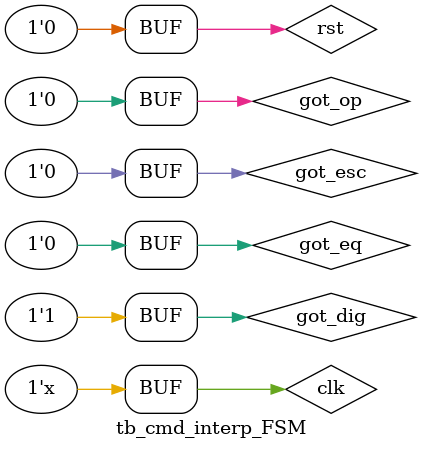
<source format=v>
`timescale 1ns / 1ps


module tb_cmd_interp_FSM;

	// Inputs
	reg rst;
	reg clk;
	reg got_dig;
	reg got_op;
	reg got_eq;
	reg got_esc;

	// Outputs
	wire load_A1;
	wire load_A2;
	wire load_B1;
	wire load_B2;
	wire load_cmd;
	wire rdy;
	wire [2:0] state_out;

	// Instantiate the Unit Under Test (UUT)
	cmd_interp_FSM uut (
		.rst(rst), 
		.clk(clk), 
		.got_dig(got_dig), 
		.got_op(got_op), 
		.got_eq(got_eq), 
		.got_esc(got_esc), 
		.load_A1(load_A1), 
		.load_A2(load_A2), 
		.load_B1(load_B1), 
		.load_B2(load_B2), 
		.load_cmd(load_cmd), 
		.rdy(rdy), 
		.state_out(state_out)
	);
	always #5 clk = ~clk;
	initial begin
		// Initialize Inputs
		rst = 0;
		clk = 0;
		got_dig = 0;
		got_op = 0;
		got_eq = 0;
		got_esc = 0;

		// Wait 100 ns for global reset to finish
		#100;
      got_dig = 1;
		#20
		got_dig = 0;
		#20
		got_dig = 1; 
		// Add stimulus here

	end
      
endmodule


</source>
